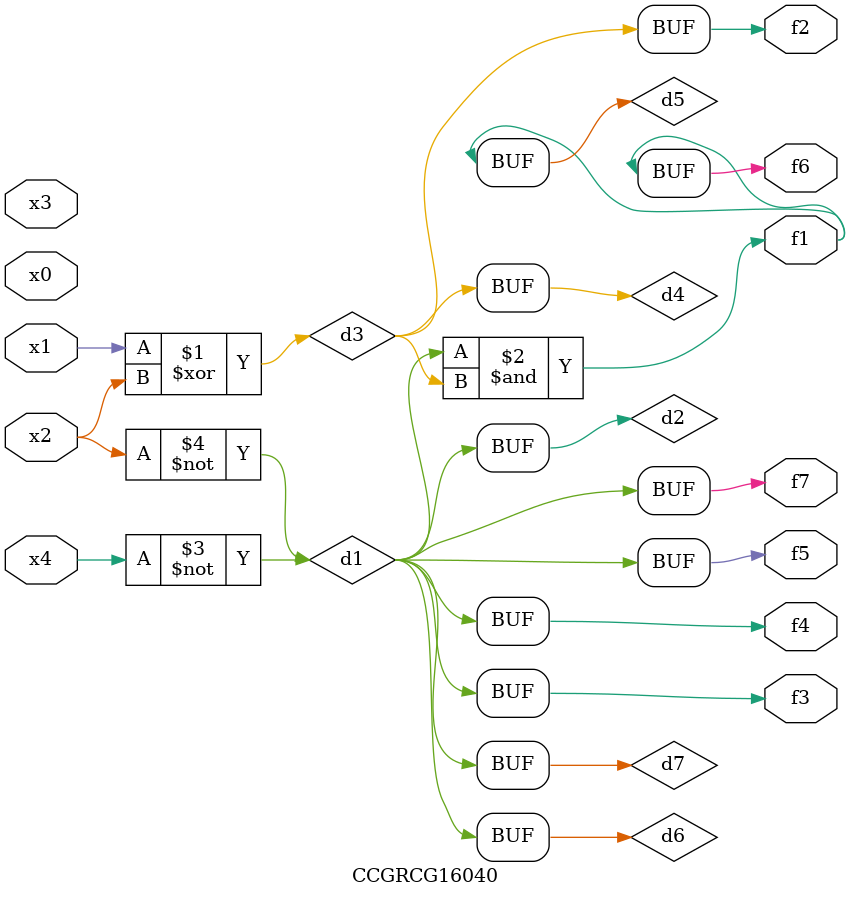
<source format=v>
module CCGRCG16040(
	input x0, x1, x2, x3, x4,
	output f1, f2, f3, f4, f5, f6, f7
);

	wire d1, d2, d3, d4, d5, d6, d7;

	not (d1, x4);
	not (d2, x2);
	xor (d3, x1, x2);
	buf (d4, d3);
	and (d5, d1, d3);
	buf (d6, d1, d2);
	buf (d7, d2);
	assign f1 = d5;
	assign f2 = d4;
	assign f3 = d7;
	assign f4 = d7;
	assign f5 = d7;
	assign f6 = d5;
	assign f7 = d7;
endmodule

</source>
